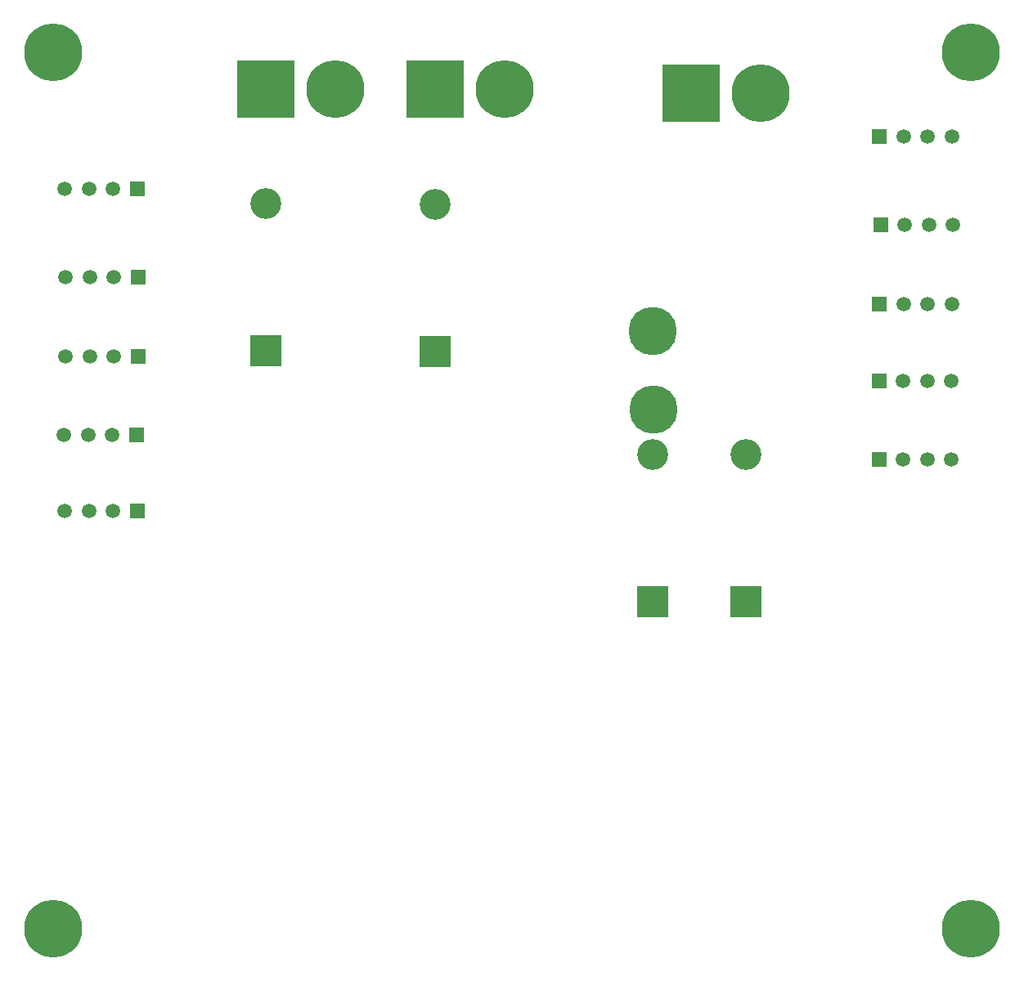
<source format=gbr>
%TF.GenerationSoftware,KiCad,Pcbnew,8.0.4*%
%TF.CreationDate,2024-09-19T17:04:51-03:00*%
%TF.ProjectId,placa de potencia,706c6163-6120-4646-9520-706f74656e63,rev?*%
%TF.SameCoordinates,Original*%
%TF.FileFunction,Copper,L1,Top*%
%TF.FilePolarity,Positive*%
%FSLAX46Y46*%
G04 Gerber Fmt 4.6, Leading zero omitted, Abs format (unit mm)*
G04 Created by KiCad (PCBNEW 8.0.4) date 2024-09-19 17:04:51*
%MOMM*%
%LPD*%
G01*
G04 APERTURE LIST*
%TA.AperFunction,ComponentPad*%
%ADD10R,3.200000X3.200000*%
%TD*%
%TA.AperFunction,ComponentPad*%
%ADD11O,3.200000X3.200000*%
%TD*%
%TA.AperFunction,ComponentPad*%
%ADD12R,1.508000X1.508000*%
%TD*%
%TA.AperFunction,ComponentPad*%
%ADD13C,1.508000*%
%TD*%
%TA.AperFunction,ComponentPad*%
%ADD14C,6.000000*%
%TD*%
%TA.AperFunction,ComponentPad*%
%ADD15R,6.000000X6.000000*%
%TD*%
%TA.AperFunction,ComponentPad*%
%ADD16C,5.000000*%
%TD*%
G04 APERTURE END LIST*
D10*
%TO.P,D1,1,K*%
%TO.N,Net-(D1-K)*%
X114300000Y-78867000D03*
D11*
%TO.P,D1,2,A*%
%TO.N,Net-(D1-A)*%
X114300000Y-63627000D03*
%TD*%
D12*
%TO.P,J11,1,1*%
%TO.N,GND*%
X177769000Y-74042000D03*
D13*
%TO.P,J11,2,2*%
%TO.N,Net-(D2-K)*%
X180269000Y-74042000D03*
%TO.P,J11,3,3*%
%TO.N,Net-(J10-Pad3)*%
X182769000Y-74042000D03*
%TO.P,J11,4,4*%
%TO.N,Net-(J10-Pad4)*%
X185269000Y-74042000D03*
%TD*%
D14*
%TO.P,,1*%
%TO.N,N/C*%
X187280000Y-47947000D03*
%TD*%
%TO.P,,1*%
%TO.N,N/C*%
X187280000Y-138747000D03*
%TD*%
D12*
%TO.P,J8,1,1*%
%TO.N,GND*%
X100959000Y-95502000D03*
D13*
%TO.P,J8,2,2*%
%TO.N,Net-(D2-K)*%
X98459000Y-95502000D03*
%TO.P,J8,3,3*%
%TO.N,Net-(J10-Pad3)*%
X95959000Y-95502000D03*
%TO.P,J8,4,4*%
%TO.N,Net-(J10-Pad4)*%
X93459000Y-95502000D03*
%TD*%
D14*
%TO.P,J2,N,NEG*%
%TO.N,GND*%
X138982000Y-51816000D03*
D15*
%TO.P,J2,P,POS*%
%TO.N,Net-(D5-A)*%
X131782000Y-51816000D03*
%TD*%
D12*
%TO.P,J3,1,1*%
%TO.N,GND*%
X100979000Y-62162000D03*
D13*
%TO.P,J3,2,2*%
%TO.N,Net-(D2-K)*%
X98479000Y-62162000D03*
%TO.P,J3,3,3*%
%TO.N,Net-(J10-Pad3)*%
X95979000Y-62162000D03*
%TO.P,J3,4,4*%
%TO.N,Net-(J10-Pad4)*%
X93479000Y-62162000D03*
%TD*%
D12*
%TO.P,J6,1,1*%
%TO.N,GND*%
X101029000Y-79522000D03*
D13*
%TO.P,J6,2,2*%
%TO.N,Net-(D2-K)*%
X98529000Y-79522000D03*
%TO.P,J6,3,3*%
%TO.N,Net-(J10-Pad3)*%
X96029000Y-79522000D03*
%TO.P,J6,4,4*%
%TO.N,Net-(J10-Pad4)*%
X93529000Y-79522000D03*
%TD*%
D14*
%TO.P,,1*%
%TO.N,N/C*%
X92280000Y-138747000D03*
%TD*%
D12*
%TO.P,J7,1,1*%
%TO.N,GND*%
X100889000Y-87582000D03*
D13*
%TO.P,J7,2,2*%
%TO.N,Net-(D2-K)*%
X98389000Y-87582000D03*
%TO.P,J7,3,3*%
%TO.N,Net-(J10-Pad3)*%
X95889000Y-87582000D03*
%TO.P,J7,4,4*%
%TO.N,Net-(J10-Pad4)*%
X93389000Y-87582000D03*
%TD*%
D12*
%TO.P,J13,1,1*%
%TO.N,GND*%
X177801500Y-56722000D03*
D13*
%TO.P,J13,2,2*%
%TO.N,Net-(D2-K)*%
X180301500Y-56722000D03*
%TO.P,J13,3,3*%
%TO.N,Net-(J10-Pad3)*%
X182801500Y-56722000D03*
%TO.P,J13,4,4*%
%TO.N,Net-(J10-Pad4)*%
X185301500Y-56722000D03*
%TD*%
D14*
%TO.P,J1,N,NEG*%
%TO.N,GND*%
X121482000Y-51816000D03*
D15*
%TO.P,J1,P,POS*%
%TO.N,Net-(D1-A)*%
X114282000Y-51816000D03*
%TD*%
D10*
%TO.P,D2,1,K*%
%TO.N,Net-(D2-K)*%
X154305000Y-104902000D03*
D11*
%TO.P,D2,2,A*%
%TO.N,Net-(D2-A)*%
X154305000Y-89662000D03*
%TD*%
D12*
%TO.P,J10,1,1*%
%TO.N,GND*%
X177739000Y-82062000D03*
D13*
%TO.P,J10,2,2*%
%TO.N,Net-(D2-K)*%
X180239000Y-82062000D03*
%TO.P,J10,3,3*%
%TO.N,Net-(J10-Pad3)*%
X182739000Y-82062000D03*
%TO.P,J10,4,4*%
%TO.N,Net-(J10-Pad4)*%
X185239000Y-82062000D03*
%TD*%
D10*
%TO.P,D3,1,K*%
%TO.N,Net-(D2-K)*%
X163957000Y-104902000D03*
D11*
%TO.P,D3,2,A*%
%TO.N,GND*%
X163957000Y-89662000D03*
%TD*%
D16*
%TO.P,H3,1,1*%
%TO.N,Net-(D1-K)*%
X154305000Y-76835000D03*
%TD*%
%TO.P,H1,1,1*%
%TO.N,Net-(D2-A)*%
X154432000Y-84963000D03*
%TD*%
D12*
%TO.P,J12,1,1*%
%TO.N,GND*%
X177911500Y-65872000D03*
D13*
%TO.P,J12,2,2*%
%TO.N,Net-(D2-K)*%
X180411500Y-65872000D03*
%TO.P,J12,3,3*%
%TO.N,Net-(J10-Pad3)*%
X182911500Y-65872000D03*
%TO.P,J12,4,4*%
%TO.N,Net-(J10-Pad4)*%
X185411500Y-65872000D03*
%TD*%
D14*
%TO.P,J4,N,NEG*%
%TO.N,GND*%
X165525000Y-52197000D03*
D15*
%TO.P,J4,P,POS*%
%TO.N,Net-(D1-K)*%
X158325000Y-52197000D03*
%TD*%
D12*
%TO.P,J5,1,1*%
%TO.N,GND*%
X101032000Y-71264000D03*
D13*
%TO.P,J5,2,2*%
%TO.N,Net-(D2-K)*%
X98532000Y-71264000D03*
%TO.P,J5,3,3*%
%TO.N,Net-(J10-Pad3)*%
X96032000Y-71264000D03*
%TO.P,J5,4,4*%
%TO.N,Net-(J10-Pad4)*%
X93532000Y-71264000D03*
%TD*%
D12*
%TO.P,J9,1,1*%
%TO.N,GND*%
X177739000Y-90112000D03*
D13*
%TO.P,J9,2,2*%
%TO.N,Net-(D2-K)*%
X180239000Y-90112000D03*
%TO.P,J9,3,3*%
%TO.N,Net-(J10-Pad3)*%
X182739000Y-90112000D03*
%TO.P,J9,4,4*%
%TO.N,Net-(J10-Pad4)*%
X185239000Y-90112000D03*
%TD*%
D10*
%TO.P,D5,1,K*%
%TO.N,Net-(D1-K)*%
X131826000Y-78994000D03*
D11*
%TO.P,D5,2,A*%
%TO.N,Net-(D5-A)*%
X131826000Y-63754000D03*
%TD*%
D14*
%TO.P,,1*%
%TO.N,N/C*%
X92280000Y-47947000D03*
%TD*%
M02*

</source>
